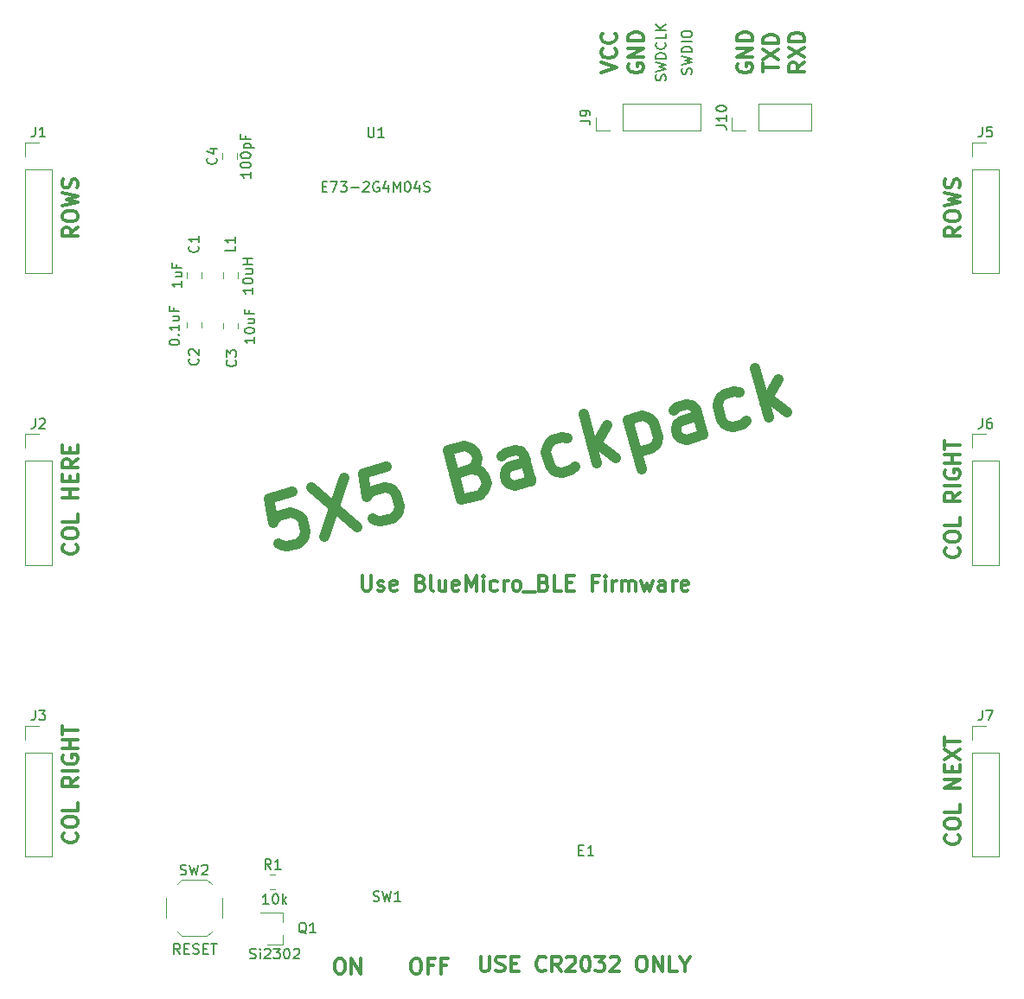
<source format=gbr>
G04 #@! TF.GenerationSoftware,KiCad,Pcbnew,(5.0.0)*
G04 #@! TF.CreationDate,2018-10-27T22:57:51-06:00*
G04 #@! TF.ProjectId,5x5_backpack,3578355F6261636B7061636B2E6B6963,rev?*
G04 #@! TF.SameCoordinates,Original*
G04 #@! TF.FileFunction,Legend,Top*
G04 #@! TF.FilePolarity,Positive*
%FSLAX46Y46*%
G04 Gerber Fmt 4.6, Leading zero omitted, Abs format (unit mm)*
G04 Created by KiCad (PCBNEW (5.0.0)) date 10/27/18 22:57:51*
%MOMM*%
%LPD*%
G01*
G04 APERTURE LIST*
%ADD10C,0.300000*%
%ADD11C,1.000000*%
%ADD12C,0.150000*%
%ADD13C,0.120000*%
G04 APERTURE END LIST*
D10*
X109166428Y-112208571D02*
X109166428Y-113422857D01*
X109237857Y-113565714D01*
X109309285Y-113637142D01*
X109452142Y-113708571D01*
X109737857Y-113708571D01*
X109880714Y-113637142D01*
X109952142Y-113565714D01*
X110023571Y-113422857D01*
X110023571Y-112208571D01*
X110666428Y-113637142D02*
X110809285Y-113708571D01*
X111095000Y-113708571D01*
X111237857Y-113637142D01*
X111309285Y-113494285D01*
X111309285Y-113422857D01*
X111237857Y-113280000D01*
X111095000Y-113208571D01*
X110880714Y-113208571D01*
X110737857Y-113137142D01*
X110666428Y-112994285D01*
X110666428Y-112922857D01*
X110737857Y-112780000D01*
X110880714Y-112708571D01*
X111095000Y-112708571D01*
X111237857Y-112780000D01*
X112523571Y-113637142D02*
X112380714Y-113708571D01*
X112095000Y-113708571D01*
X111952142Y-113637142D01*
X111880714Y-113494285D01*
X111880714Y-112922857D01*
X111952142Y-112780000D01*
X112095000Y-112708571D01*
X112380714Y-112708571D01*
X112523571Y-112780000D01*
X112595000Y-112922857D01*
X112595000Y-113065714D01*
X111880714Y-113208571D01*
X114880714Y-112922857D02*
X115095000Y-112994285D01*
X115166428Y-113065714D01*
X115237857Y-113208571D01*
X115237857Y-113422857D01*
X115166428Y-113565714D01*
X115095000Y-113637142D01*
X114952142Y-113708571D01*
X114380714Y-113708571D01*
X114380714Y-112208571D01*
X114880714Y-112208571D01*
X115023571Y-112280000D01*
X115095000Y-112351428D01*
X115166428Y-112494285D01*
X115166428Y-112637142D01*
X115095000Y-112780000D01*
X115023571Y-112851428D01*
X114880714Y-112922857D01*
X114380714Y-112922857D01*
X116095000Y-113708571D02*
X115952142Y-113637142D01*
X115880714Y-113494285D01*
X115880714Y-112208571D01*
X117309285Y-112708571D02*
X117309285Y-113708571D01*
X116666428Y-112708571D02*
X116666428Y-113494285D01*
X116737857Y-113637142D01*
X116880714Y-113708571D01*
X117095000Y-113708571D01*
X117237857Y-113637142D01*
X117309285Y-113565714D01*
X118595000Y-113637142D02*
X118452142Y-113708571D01*
X118166428Y-113708571D01*
X118023571Y-113637142D01*
X117952142Y-113494285D01*
X117952142Y-112922857D01*
X118023571Y-112780000D01*
X118166428Y-112708571D01*
X118452142Y-112708571D01*
X118595000Y-112780000D01*
X118666428Y-112922857D01*
X118666428Y-113065714D01*
X117952142Y-113208571D01*
X119309285Y-113708571D02*
X119309285Y-112208571D01*
X119809285Y-113280000D01*
X120309285Y-112208571D01*
X120309285Y-113708571D01*
X121023571Y-113708571D02*
X121023571Y-112708571D01*
X121023571Y-112208571D02*
X120952142Y-112280000D01*
X121023571Y-112351428D01*
X121095000Y-112280000D01*
X121023571Y-112208571D01*
X121023571Y-112351428D01*
X122380714Y-113637142D02*
X122237857Y-113708571D01*
X121952142Y-113708571D01*
X121809285Y-113637142D01*
X121737857Y-113565714D01*
X121666428Y-113422857D01*
X121666428Y-112994285D01*
X121737857Y-112851428D01*
X121809285Y-112780000D01*
X121952142Y-112708571D01*
X122237857Y-112708571D01*
X122380714Y-112780000D01*
X123023571Y-113708571D02*
X123023571Y-112708571D01*
X123023571Y-112994285D02*
X123095000Y-112851428D01*
X123166428Y-112780000D01*
X123309285Y-112708571D01*
X123452142Y-112708571D01*
X124166428Y-113708571D02*
X124023571Y-113637142D01*
X123952142Y-113565714D01*
X123880714Y-113422857D01*
X123880714Y-112994285D01*
X123952142Y-112851428D01*
X124023571Y-112780000D01*
X124166428Y-112708571D01*
X124380714Y-112708571D01*
X124523571Y-112780000D01*
X124595000Y-112851428D01*
X124666428Y-112994285D01*
X124666428Y-113422857D01*
X124595000Y-113565714D01*
X124523571Y-113637142D01*
X124380714Y-113708571D01*
X124166428Y-113708571D01*
X124952142Y-113851428D02*
X126095000Y-113851428D01*
X126952142Y-112922857D02*
X127166428Y-112994285D01*
X127237857Y-113065714D01*
X127309285Y-113208571D01*
X127309285Y-113422857D01*
X127237857Y-113565714D01*
X127166428Y-113637142D01*
X127023571Y-113708571D01*
X126452142Y-113708571D01*
X126452142Y-112208571D01*
X126952142Y-112208571D01*
X127095000Y-112280000D01*
X127166428Y-112351428D01*
X127237857Y-112494285D01*
X127237857Y-112637142D01*
X127166428Y-112780000D01*
X127095000Y-112851428D01*
X126952142Y-112922857D01*
X126452142Y-112922857D01*
X128666428Y-113708571D02*
X127952142Y-113708571D01*
X127952142Y-112208571D01*
X129166428Y-112922857D02*
X129666428Y-112922857D01*
X129880714Y-113708571D02*
X129166428Y-113708571D01*
X129166428Y-112208571D01*
X129880714Y-112208571D01*
X132166428Y-112922857D02*
X131666428Y-112922857D01*
X131666428Y-113708571D02*
X131666428Y-112208571D01*
X132380714Y-112208571D01*
X132952142Y-113708571D02*
X132952142Y-112708571D01*
X132952142Y-112208571D02*
X132880714Y-112280000D01*
X132952142Y-112351428D01*
X133023571Y-112280000D01*
X132952142Y-112208571D01*
X132952142Y-112351428D01*
X133666428Y-113708571D02*
X133666428Y-112708571D01*
X133666428Y-112994285D02*
X133737857Y-112851428D01*
X133809285Y-112780000D01*
X133952142Y-112708571D01*
X134095000Y-112708571D01*
X134595000Y-113708571D02*
X134595000Y-112708571D01*
X134595000Y-112851428D02*
X134666428Y-112780000D01*
X134809285Y-112708571D01*
X135023571Y-112708571D01*
X135166428Y-112780000D01*
X135237857Y-112922857D01*
X135237857Y-113708571D01*
X135237857Y-112922857D02*
X135309285Y-112780000D01*
X135452142Y-112708571D01*
X135666428Y-112708571D01*
X135809285Y-112780000D01*
X135880714Y-112922857D01*
X135880714Y-113708571D01*
X136452142Y-112708571D02*
X136737857Y-113708571D01*
X137023571Y-112994285D01*
X137309285Y-113708571D01*
X137595000Y-112708571D01*
X138809285Y-113708571D02*
X138809285Y-112922857D01*
X138737857Y-112780000D01*
X138595000Y-112708571D01*
X138309285Y-112708571D01*
X138166428Y-112780000D01*
X138809285Y-113637142D02*
X138666428Y-113708571D01*
X138309285Y-113708571D01*
X138166428Y-113637142D01*
X138095000Y-113494285D01*
X138095000Y-113351428D01*
X138166428Y-113208571D01*
X138309285Y-113137142D01*
X138666428Y-113137142D01*
X138809285Y-113065714D01*
X139523571Y-113708571D02*
X139523571Y-112708571D01*
X139523571Y-112994285D02*
X139595000Y-112851428D01*
X139666428Y-112780000D01*
X139809285Y-112708571D01*
X139952142Y-112708571D01*
X141023571Y-113637142D02*
X140880714Y-113708571D01*
X140595000Y-113708571D01*
X140452142Y-113637142D01*
X140380714Y-113494285D01*
X140380714Y-112922857D01*
X140452142Y-112780000D01*
X140595000Y-112708571D01*
X140880714Y-112708571D01*
X141023571Y-112780000D01*
X141095000Y-112922857D01*
X141095000Y-113065714D01*
X140380714Y-113208571D01*
X167540714Y-137600000D02*
X167612142Y-137671428D01*
X167683571Y-137885714D01*
X167683571Y-138028571D01*
X167612142Y-138242857D01*
X167469285Y-138385714D01*
X167326428Y-138457142D01*
X167040714Y-138528571D01*
X166826428Y-138528571D01*
X166540714Y-138457142D01*
X166397857Y-138385714D01*
X166255000Y-138242857D01*
X166183571Y-138028571D01*
X166183571Y-137885714D01*
X166255000Y-137671428D01*
X166326428Y-137600000D01*
X166183571Y-136671428D02*
X166183571Y-136385714D01*
X166255000Y-136242857D01*
X166397857Y-136100000D01*
X166683571Y-136028571D01*
X167183571Y-136028571D01*
X167469285Y-136100000D01*
X167612142Y-136242857D01*
X167683571Y-136385714D01*
X167683571Y-136671428D01*
X167612142Y-136814285D01*
X167469285Y-136957142D01*
X167183571Y-137028571D01*
X166683571Y-137028571D01*
X166397857Y-136957142D01*
X166255000Y-136814285D01*
X166183571Y-136671428D01*
X167683571Y-134671428D02*
X167683571Y-135385714D01*
X166183571Y-135385714D01*
X167683571Y-133028571D02*
X166183571Y-133028571D01*
X167683571Y-132171428D01*
X166183571Y-132171428D01*
X166897857Y-131457142D02*
X166897857Y-130957142D01*
X167683571Y-130742857D02*
X167683571Y-131457142D01*
X166183571Y-131457142D01*
X166183571Y-130742857D01*
X166183571Y-130242857D02*
X167683571Y-129242857D01*
X166183571Y-129242857D02*
X167683571Y-130242857D01*
X166183571Y-128885714D02*
X166183571Y-128028571D01*
X167683571Y-128457142D02*
X166183571Y-128457142D01*
X167540714Y-109489285D02*
X167612142Y-109560714D01*
X167683571Y-109775000D01*
X167683571Y-109917857D01*
X167612142Y-110132142D01*
X167469285Y-110275000D01*
X167326428Y-110346428D01*
X167040714Y-110417857D01*
X166826428Y-110417857D01*
X166540714Y-110346428D01*
X166397857Y-110275000D01*
X166255000Y-110132142D01*
X166183571Y-109917857D01*
X166183571Y-109775000D01*
X166255000Y-109560714D01*
X166326428Y-109489285D01*
X166183571Y-108560714D02*
X166183571Y-108275000D01*
X166255000Y-108132142D01*
X166397857Y-107989285D01*
X166683571Y-107917857D01*
X167183571Y-107917857D01*
X167469285Y-107989285D01*
X167612142Y-108132142D01*
X167683571Y-108275000D01*
X167683571Y-108560714D01*
X167612142Y-108703571D01*
X167469285Y-108846428D01*
X167183571Y-108917857D01*
X166683571Y-108917857D01*
X166397857Y-108846428D01*
X166255000Y-108703571D01*
X166183571Y-108560714D01*
X167683571Y-106560714D02*
X167683571Y-107275000D01*
X166183571Y-107275000D01*
X167683571Y-104060714D02*
X166969285Y-104560714D01*
X167683571Y-104917857D02*
X166183571Y-104917857D01*
X166183571Y-104346428D01*
X166255000Y-104203571D01*
X166326428Y-104132142D01*
X166469285Y-104060714D01*
X166683571Y-104060714D01*
X166826428Y-104132142D01*
X166897857Y-104203571D01*
X166969285Y-104346428D01*
X166969285Y-104917857D01*
X167683571Y-103417857D02*
X166183571Y-103417857D01*
X166255000Y-101917857D02*
X166183571Y-102060714D01*
X166183571Y-102275000D01*
X166255000Y-102489285D01*
X166397857Y-102632142D01*
X166540714Y-102703571D01*
X166826428Y-102775000D01*
X167040714Y-102775000D01*
X167326428Y-102703571D01*
X167469285Y-102632142D01*
X167612142Y-102489285D01*
X167683571Y-102275000D01*
X167683571Y-102132142D01*
X167612142Y-101917857D01*
X167540714Y-101846428D01*
X167040714Y-101846428D01*
X167040714Y-102132142D01*
X167683571Y-101203571D02*
X166183571Y-101203571D01*
X166897857Y-101203571D02*
X166897857Y-100346428D01*
X167683571Y-100346428D02*
X166183571Y-100346428D01*
X166183571Y-99846428D02*
X166183571Y-98989285D01*
X167683571Y-99417857D02*
X166183571Y-99417857D01*
X81180714Y-137429285D02*
X81252142Y-137500714D01*
X81323571Y-137715000D01*
X81323571Y-137857857D01*
X81252142Y-138072142D01*
X81109285Y-138215000D01*
X80966428Y-138286428D01*
X80680714Y-138357857D01*
X80466428Y-138357857D01*
X80180714Y-138286428D01*
X80037857Y-138215000D01*
X79895000Y-138072142D01*
X79823571Y-137857857D01*
X79823571Y-137715000D01*
X79895000Y-137500714D01*
X79966428Y-137429285D01*
X79823571Y-136500714D02*
X79823571Y-136215000D01*
X79895000Y-136072142D01*
X80037857Y-135929285D01*
X80323571Y-135857857D01*
X80823571Y-135857857D01*
X81109285Y-135929285D01*
X81252142Y-136072142D01*
X81323571Y-136215000D01*
X81323571Y-136500714D01*
X81252142Y-136643571D01*
X81109285Y-136786428D01*
X80823571Y-136857857D01*
X80323571Y-136857857D01*
X80037857Y-136786428D01*
X79895000Y-136643571D01*
X79823571Y-136500714D01*
X81323571Y-134500714D02*
X81323571Y-135215000D01*
X79823571Y-135215000D01*
X81323571Y-132000714D02*
X80609285Y-132500714D01*
X81323571Y-132857857D02*
X79823571Y-132857857D01*
X79823571Y-132286428D01*
X79895000Y-132143571D01*
X79966428Y-132072142D01*
X80109285Y-132000714D01*
X80323571Y-132000714D01*
X80466428Y-132072142D01*
X80537857Y-132143571D01*
X80609285Y-132286428D01*
X80609285Y-132857857D01*
X81323571Y-131357857D02*
X79823571Y-131357857D01*
X79895000Y-129857857D02*
X79823571Y-130000714D01*
X79823571Y-130215000D01*
X79895000Y-130429285D01*
X80037857Y-130572142D01*
X80180714Y-130643571D01*
X80466428Y-130715000D01*
X80680714Y-130715000D01*
X80966428Y-130643571D01*
X81109285Y-130572142D01*
X81252142Y-130429285D01*
X81323571Y-130215000D01*
X81323571Y-130072142D01*
X81252142Y-129857857D01*
X81180714Y-129786428D01*
X80680714Y-129786428D01*
X80680714Y-130072142D01*
X81323571Y-129143571D02*
X79823571Y-129143571D01*
X80537857Y-129143571D02*
X80537857Y-128286428D01*
X81323571Y-128286428D02*
X79823571Y-128286428D01*
X79823571Y-127786428D02*
X79823571Y-126929285D01*
X81323571Y-127357857D02*
X79823571Y-127357857D01*
X81180714Y-109167857D02*
X81252142Y-109239285D01*
X81323571Y-109453571D01*
X81323571Y-109596428D01*
X81252142Y-109810714D01*
X81109285Y-109953571D01*
X80966428Y-110025000D01*
X80680714Y-110096428D01*
X80466428Y-110096428D01*
X80180714Y-110025000D01*
X80037857Y-109953571D01*
X79895000Y-109810714D01*
X79823571Y-109596428D01*
X79823571Y-109453571D01*
X79895000Y-109239285D01*
X79966428Y-109167857D01*
X79823571Y-108239285D02*
X79823571Y-107953571D01*
X79895000Y-107810714D01*
X80037857Y-107667857D01*
X80323571Y-107596428D01*
X80823571Y-107596428D01*
X81109285Y-107667857D01*
X81252142Y-107810714D01*
X81323571Y-107953571D01*
X81323571Y-108239285D01*
X81252142Y-108382142D01*
X81109285Y-108525000D01*
X80823571Y-108596428D01*
X80323571Y-108596428D01*
X80037857Y-108525000D01*
X79895000Y-108382142D01*
X79823571Y-108239285D01*
X81323571Y-106239285D02*
X81323571Y-106953571D01*
X79823571Y-106953571D01*
X81323571Y-104596428D02*
X79823571Y-104596428D01*
X80537857Y-104596428D02*
X80537857Y-103739285D01*
X81323571Y-103739285D02*
X79823571Y-103739285D01*
X80537857Y-103025000D02*
X80537857Y-102525000D01*
X81323571Y-102310714D02*
X81323571Y-103025000D01*
X79823571Y-103025000D01*
X79823571Y-102310714D01*
X81323571Y-100810714D02*
X80609285Y-101310714D01*
X81323571Y-101667857D02*
X79823571Y-101667857D01*
X79823571Y-101096428D01*
X79895000Y-100953571D01*
X79966428Y-100882142D01*
X80109285Y-100810714D01*
X80323571Y-100810714D01*
X80466428Y-100882142D01*
X80537857Y-100953571D01*
X80609285Y-101096428D01*
X80609285Y-101667857D01*
X80537857Y-100167857D02*
X80537857Y-99667857D01*
X81323571Y-99453571D02*
X81323571Y-100167857D01*
X79823571Y-100167857D01*
X79823571Y-99453571D01*
X167683571Y-78092857D02*
X166969285Y-78592857D01*
X167683571Y-78950000D02*
X166183571Y-78950000D01*
X166183571Y-78378571D01*
X166255000Y-78235714D01*
X166326428Y-78164285D01*
X166469285Y-78092857D01*
X166683571Y-78092857D01*
X166826428Y-78164285D01*
X166897857Y-78235714D01*
X166969285Y-78378571D01*
X166969285Y-78950000D01*
X166183571Y-77164285D02*
X166183571Y-76878571D01*
X166255000Y-76735714D01*
X166397857Y-76592857D01*
X166683571Y-76521428D01*
X167183571Y-76521428D01*
X167469285Y-76592857D01*
X167612142Y-76735714D01*
X167683571Y-76878571D01*
X167683571Y-77164285D01*
X167612142Y-77307142D01*
X167469285Y-77450000D01*
X167183571Y-77521428D01*
X166683571Y-77521428D01*
X166397857Y-77450000D01*
X166255000Y-77307142D01*
X166183571Y-77164285D01*
X166183571Y-76021428D02*
X167683571Y-75664285D01*
X166612142Y-75378571D01*
X167683571Y-75092857D01*
X166183571Y-74735714D01*
X167612142Y-74235714D02*
X167683571Y-74021428D01*
X167683571Y-73664285D01*
X167612142Y-73521428D01*
X167540714Y-73450000D01*
X167397857Y-73378571D01*
X167255000Y-73378571D01*
X167112142Y-73450000D01*
X167040714Y-73521428D01*
X166969285Y-73664285D01*
X166897857Y-73950000D01*
X166826428Y-74092857D01*
X166755000Y-74164285D01*
X166612142Y-74235714D01*
X166469285Y-74235714D01*
X166326428Y-74164285D01*
X166255000Y-74092857D01*
X166183571Y-73950000D01*
X166183571Y-73592857D01*
X166255000Y-73378571D01*
X81323571Y-78092857D02*
X80609285Y-78592857D01*
X81323571Y-78950000D02*
X79823571Y-78950000D01*
X79823571Y-78378571D01*
X79895000Y-78235714D01*
X79966428Y-78164285D01*
X80109285Y-78092857D01*
X80323571Y-78092857D01*
X80466428Y-78164285D01*
X80537857Y-78235714D01*
X80609285Y-78378571D01*
X80609285Y-78950000D01*
X79823571Y-77164285D02*
X79823571Y-76878571D01*
X79895000Y-76735714D01*
X80037857Y-76592857D01*
X80323571Y-76521428D01*
X80823571Y-76521428D01*
X81109285Y-76592857D01*
X81252142Y-76735714D01*
X81323571Y-76878571D01*
X81323571Y-77164285D01*
X81252142Y-77307142D01*
X81109285Y-77450000D01*
X80823571Y-77521428D01*
X80323571Y-77521428D01*
X80037857Y-77450000D01*
X79895000Y-77307142D01*
X79823571Y-77164285D01*
X79823571Y-76021428D02*
X81323571Y-75664285D01*
X80252142Y-75378571D01*
X81323571Y-75092857D01*
X79823571Y-74735714D01*
X81252142Y-74235714D02*
X81323571Y-74021428D01*
X81323571Y-73664285D01*
X81252142Y-73521428D01*
X81180714Y-73450000D01*
X81037857Y-73378571D01*
X80895000Y-73378571D01*
X80752142Y-73450000D01*
X80680714Y-73521428D01*
X80609285Y-73664285D01*
X80537857Y-73950000D01*
X80466428Y-74092857D01*
X80395000Y-74164285D01*
X80252142Y-74235714D01*
X80109285Y-74235714D01*
X79966428Y-74164285D01*
X79895000Y-74092857D01*
X79823571Y-73950000D01*
X79823571Y-73592857D01*
X79895000Y-73378571D01*
D11*
X102332041Y-104043690D02*
X100032218Y-104659926D01*
X100418471Y-107021373D01*
X100586830Y-106729767D01*
X100985171Y-106376537D01*
X102135083Y-106068420D01*
X102656671Y-106175155D01*
X102948277Y-106343513D01*
X103301507Y-106741855D01*
X103609625Y-107891766D01*
X103502889Y-108413355D01*
X103334531Y-108704960D01*
X102936190Y-109058190D01*
X101786278Y-109366308D01*
X101264690Y-109259573D01*
X100973084Y-109091214D01*
X104171900Y-103550701D02*
X108685748Y-107517600D01*
X107391653Y-102687971D02*
X105465995Y-108380331D01*
X111531335Y-101578747D02*
X109231512Y-102194983D01*
X109617765Y-104556430D01*
X109786124Y-104264824D01*
X110184465Y-103911594D01*
X111334377Y-103603476D01*
X111855965Y-103710211D01*
X112147571Y-103878570D01*
X112500800Y-104276911D01*
X112808918Y-105426823D01*
X112702183Y-105948411D01*
X112533824Y-106240017D01*
X112135483Y-106593247D01*
X110985571Y-106901365D01*
X110463983Y-106794629D01*
X110172377Y-106626271D01*
X119736988Y-101844992D02*
X120488559Y-101890104D01*
X120780164Y-102058462D01*
X121133394Y-102456803D01*
X121318265Y-103146750D01*
X121211530Y-103668339D01*
X121043171Y-103959945D01*
X120644830Y-104313174D01*
X118804971Y-104806163D01*
X117510876Y-99976534D01*
X119120752Y-99545169D01*
X119642340Y-99651904D01*
X119933946Y-99820262D01*
X120287176Y-100218604D01*
X120410423Y-100678568D01*
X120303688Y-101200157D01*
X120135329Y-101491762D01*
X119736988Y-101844992D01*
X118127112Y-102276357D01*
X125704441Y-102957455D02*
X125026582Y-100427650D01*
X124673352Y-100029308D01*
X124151764Y-99922573D01*
X123231835Y-100169068D01*
X122833494Y-100522297D01*
X125642818Y-102727473D02*
X125244477Y-103080702D01*
X124094565Y-103388820D01*
X123572977Y-103282085D01*
X123219747Y-102883744D01*
X123096500Y-102423779D01*
X123203235Y-101902191D01*
X123601576Y-101548962D01*
X124751488Y-101240844D01*
X125149829Y-100887614D01*
X130012482Y-101556625D02*
X129614141Y-101909854D01*
X128694212Y-102156349D01*
X128172623Y-102049614D01*
X127881017Y-101881255D01*
X127527788Y-101482914D01*
X127158046Y-100103020D01*
X127264782Y-99581431D01*
X127433140Y-99289825D01*
X127831481Y-98936596D01*
X128751411Y-98690102D01*
X129272999Y-98796837D01*
X132143947Y-101231995D02*
X130849851Y-96402366D01*
X132110923Y-99268889D02*
X133983805Y-100739006D01*
X133121075Y-97519254D02*
X131774205Y-99852101D01*
X135190916Y-96964641D02*
X136485012Y-101794270D01*
X135252540Y-97194624D02*
X135650881Y-96841394D01*
X136570810Y-96594900D01*
X137092399Y-96701635D01*
X137384005Y-96869994D01*
X137737234Y-97268335D01*
X138106976Y-98648229D01*
X138000240Y-99169817D01*
X137831882Y-99461423D01*
X137433541Y-99814653D01*
X136513611Y-100061147D01*
X135992023Y-99954412D01*
X142493152Y-98458934D02*
X141815293Y-95929128D01*
X141462063Y-95530787D01*
X140940475Y-95424052D01*
X140020545Y-95670546D01*
X139622204Y-96023776D01*
X142431528Y-98228951D02*
X142033187Y-98582181D01*
X140883276Y-98890299D01*
X140361687Y-98783564D01*
X140008458Y-98385223D01*
X139885211Y-97925258D01*
X139991946Y-97403670D01*
X140390287Y-97050440D01*
X141540199Y-96742322D01*
X141938540Y-96389093D01*
X146801193Y-97058103D02*
X146402852Y-97411333D01*
X145482922Y-97657827D01*
X144961334Y-97551092D01*
X144669728Y-97382733D01*
X144316499Y-96984392D01*
X143946757Y-95604498D01*
X144053492Y-95082910D01*
X144221851Y-94791304D01*
X144620192Y-94438074D01*
X145540122Y-94191580D01*
X146061710Y-94298315D01*
X148932657Y-96733474D02*
X147638562Y-91903844D01*
X148899634Y-94770368D02*
X150772516Y-96240485D01*
X149909786Y-93020732D02*
X148562916Y-95353579D01*
D10*
X120743342Y-149521171D02*
X120743342Y-150735457D01*
X120814771Y-150878314D01*
X120886200Y-150949742D01*
X121029057Y-151021171D01*
X121314771Y-151021171D01*
X121457628Y-150949742D01*
X121529057Y-150878314D01*
X121600485Y-150735457D01*
X121600485Y-149521171D01*
X122243342Y-150949742D02*
X122457628Y-151021171D01*
X122814771Y-151021171D01*
X122957628Y-150949742D01*
X123029057Y-150878314D01*
X123100485Y-150735457D01*
X123100485Y-150592600D01*
X123029057Y-150449742D01*
X122957628Y-150378314D01*
X122814771Y-150306885D01*
X122529057Y-150235457D01*
X122386200Y-150164028D01*
X122314771Y-150092600D01*
X122243342Y-149949742D01*
X122243342Y-149806885D01*
X122314771Y-149664028D01*
X122386200Y-149592600D01*
X122529057Y-149521171D01*
X122886200Y-149521171D01*
X123100485Y-149592600D01*
X123743342Y-150235457D02*
X124243342Y-150235457D01*
X124457628Y-151021171D02*
X123743342Y-151021171D01*
X123743342Y-149521171D01*
X124457628Y-149521171D01*
X127100485Y-150878314D02*
X127029057Y-150949742D01*
X126814771Y-151021171D01*
X126671914Y-151021171D01*
X126457628Y-150949742D01*
X126314771Y-150806885D01*
X126243342Y-150664028D01*
X126171914Y-150378314D01*
X126171914Y-150164028D01*
X126243342Y-149878314D01*
X126314771Y-149735457D01*
X126457628Y-149592600D01*
X126671914Y-149521171D01*
X126814771Y-149521171D01*
X127029057Y-149592600D01*
X127100485Y-149664028D01*
X128600485Y-151021171D02*
X128100485Y-150306885D01*
X127743342Y-151021171D02*
X127743342Y-149521171D01*
X128314771Y-149521171D01*
X128457628Y-149592600D01*
X128529057Y-149664028D01*
X128600485Y-149806885D01*
X128600485Y-150021171D01*
X128529057Y-150164028D01*
X128457628Y-150235457D01*
X128314771Y-150306885D01*
X127743342Y-150306885D01*
X129171914Y-149664028D02*
X129243342Y-149592600D01*
X129386200Y-149521171D01*
X129743342Y-149521171D01*
X129886200Y-149592600D01*
X129957628Y-149664028D01*
X130029057Y-149806885D01*
X130029057Y-149949742D01*
X129957628Y-150164028D01*
X129100485Y-151021171D01*
X130029057Y-151021171D01*
X130957628Y-149521171D02*
X131100485Y-149521171D01*
X131243342Y-149592600D01*
X131314771Y-149664028D01*
X131386200Y-149806885D01*
X131457628Y-150092600D01*
X131457628Y-150449742D01*
X131386200Y-150735457D01*
X131314771Y-150878314D01*
X131243342Y-150949742D01*
X131100485Y-151021171D01*
X130957628Y-151021171D01*
X130814771Y-150949742D01*
X130743342Y-150878314D01*
X130671914Y-150735457D01*
X130600485Y-150449742D01*
X130600485Y-150092600D01*
X130671914Y-149806885D01*
X130743342Y-149664028D01*
X130814771Y-149592600D01*
X130957628Y-149521171D01*
X131957628Y-149521171D02*
X132886200Y-149521171D01*
X132386200Y-150092600D01*
X132600485Y-150092600D01*
X132743342Y-150164028D01*
X132814771Y-150235457D01*
X132886200Y-150378314D01*
X132886200Y-150735457D01*
X132814771Y-150878314D01*
X132743342Y-150949742D01*
X132600485Y-151021171D01*
X132171914Y-151021171D01*
X132029057Y-150949742D01*
X131957628Y-150878314D01*
X133457628Y-149664028D02*
X133529057Y-149592600D01*
X133671914Y-149521171D01*
X134029057Y-149521171D01*
X134171914Y-149592600D01*
X134243342Y-149664028D01*
X134314771Y-149806885D01*
X134314771Y-149949742D01*
X134243342Y-150164028D01*
X133386200Y-151021171D01*
X134314771Y-151021171D01*
X136386200Y-149521171D02*
X136671914Y-149521171D01*
X136814771Y-149592600D01*
X136957628Y-149735457D01*
X137029057Y-150021171D01*
X137029057Y-150521171D01*
X136957628Y-150806885D01*
X136814771Y-150949742D01*
X136671914Y-151021171D01*
X136386200Y-151021171D01*
X136243342Y-150949742D01*
X136100485Y-150806885D01*
X136029057Y-150521171D01*
X136029057Y-150021171D01*
X136100485Y-149735457D01*
X136243342Y-149592600D01*
X136386200Y-149521171D01*
X137671914Y-151021171D02*
X137671914Y-149521171D01*
X138529057Y-151021171D01*
X138529057Y-149521171D01*
X139957628Y-151021171D02*
X139243342Y-151021171D01*
X139243342Y-149521171D01*
X140743342Y-150306885D02*
X140743342Y-151021171D01*
X140243342Y-149521171D02*
X140743342Y-150306885D01*
X141243342Y-149521171D01*
X114293828Y-149724371D02*
X114579542Y-149724371D01*
X114722400Y-149795800D01*
X114865257Y-149938657D01*
X114936685Y-150224371D01*
X114936685Y-150724371D01*
X114865257Y-151010085D01*
X114722400Y-151152942D01*
X114579542Y-151224371D01*
X114293828Y-151224371D01*
X114150971Y-151152942D01*
X114008114Y-151010085D01*
X113936685Y-150724371D01*
X113936685Y-150224371D01*
X114008114Y-149938657D01*
X114150971Y-149795800D01*
X114293828Y-149724371D01*
X116079542Y-150438657D02*
X115579542Y-150438657D01*
X115579542Y-151224371D02*
X115579542Y-149724371D01*
X116293828Y-149724371D01*
X117365257Y-150438657D02*
X116865257Y-150438657D01*
X116865257Y-151224371D02*
X116865257Y-149724371D01*
X117579542Y-149724371D01*
X106818228Y-149724371D02*
X107103942Y-149724371D01*
X107246800Y-149795800D01*
X107389657Y-149938657D01*
X107461085Y-150224371D01*
X107461085Y-150724371D01*
X107389657Y-151010085D01*
X107246800Y-151152942D01*
X107103942Y-151224371D01*
X106818228Y-151224371D01*
X106675371Y-151152942D01*
X106532514Y-151010085D01*
X106461085Y-150724371D01*
X106461085Y-150224371D01*
X106532514Y-149938657D01*
X106675371Y-149795800D01*
X106818228Y-149724371D01*
X108103942Y-151224371D02*
X108103942Y-149724371D01*
X108961085Y-151224371D01*
X108961085Y-149724371D01*
X152443571Y-61960000D02*
X151729285Y-62460000D01*
X152443571Y-62817142D02*
X150943571Y-62817142D01*
X150943571Y-62245714D01*
X151015000Y-62102857D01*
X151086428Y-62031428D01*
X151229285Y-61960000D01*
X151443571Y-61960000D01*
X151586428Y-62031428D01*
X151657857Y-62102857D01*
X151729285Y-62245714D01*
X151729285Y-62817142D01*
X150943571Y-61460000D02*
X152443571Y-60460000D01*
X150943571Y-60460000D02*
X152443571Y-61460000D01*
X152443571Y-59888571D02*
X150943571Y-59888571D01*
X150943571Y-59531428D01*
X151015000Y-59317142D01*
X151157857Y-59174285D01*
X151300714Y-59102857D01*
X151586428Y-59031428D01*
X151800714Y-59031428D01*
X152086428Y-59102857D01*
X152229285Y-59174285D01*
X152372142Y-59317142D01*
X152443571Y-59531428D01*
X152443571Y-59888571D01*
X148403571Y-62852857D02*
X148403571Y-61995714D01*
X149903571Y-62424285D02*
X148403571Y-62424285D01*
X148403571Y-61638571D02*
X149903571Y-60638571D01*
X148403571Y-60638571D02*
X149903571Y-61638571D01*
X149903571Y-60067142D02*
X148403571Y-60067142D01*
X148403571Y-59710000D01*
X148475000Y-59495714D01*
X148617857Y-59352857D01*
X148760714Y-59281428D01*
X149046428Y-59210000D01*
X149260714Y-59210000D01*
X149546428Y-59281428D01*
X149689285Y-59352857D01*
X149832142Y-59495714D01*
X149903571Y-59710000D01*
X149903571Y-60067142D01*
X145935000Y-62102857D02*
X145863571Y-62245714D01*
X145863571Y-62460000D01*
X145935000Y-62674285D01*
X146077857Y-62817142D01*
X146220714Y-62888571D01*
X146506428Y-62960000D01*
X146720714Y-62960000D01*
X147006428Y-62888571D01*
X147149285Y-62817142D01*
X147292142Y-62674285D01*
X147363571Y-62460000D01*
X147363571Y-62317142D01*
X147292142Y-62102857D01*
X147220714Y-62031428D01*
X146720714Y-62031428D01*
X146720714Y-62317142D01*
X147363571Y-61388571D02*
X145863571Y-61388571D01*
X147363571Y-60531428D01*
X145863571Y-60531428D01*
X147363571Y-59817142D02*
X145863571Y-59817142D01*
X145863571Y-59460000D01*
X145935000Y-59245714D01*
X146077857Y-59102857D01*
X146220714Y-59031428D01*
X146506428Y-58960000D01*
X146720714Y-58960000D01*
X147006428Y-59031428D01*
X147149285Y-59102857D01*
X147292142Y-59245714D01*
X147363571Y-59460000D01*
X147363571Y-59817142D01*
D12*
X141374761Y-63079047D02*
X141422380Y-62936190D01*
X141422380Y-62698095D01*
X141374761Y-62602857D01*
X141327142Y-62555238D01*
X141231904Y-62507619D01*
X141136666Y-62507619D01*
X141041428Y-62555238D01*
X140993809Y-62602857D01*
X140946190Y-62698095D01*
X140898571Y-62888571D01*
X140850952Y-62983809D01*
X140803333Y-63031428D01*
X140708095Y-63079047D01*
X140612857Y-63079047D01*
X140517619Y-63031428D01*
X140470000Y-62983809D01*
X140422380Y-62888571D01*
X140422380Y-62650476D01*
X140470000Y-62507619D01*
X140422380Y-62174285D02*
X141422380Y-61936190D01*
X140708095Y-61745714D01*
X141422380Y-61555238D01*
X140422380Y-61317142D01*
X141422380Y-60936190D02*
X140422380Y-60936190D01*
X140422380Y-60698095D01*
X140470000Y-60555238D01*
X140565238Y-60460000D01*
X140660476Y-60412380D01*
X140850952Y-60364761D01*
X140993809Y-60364761D01*
X141184285Y-60412380D01*
X141279523Y-60460000D01*
X141374761Y-60555238D01*
X141422380Y-60698095D01*
X141422380Y-60936190D01*
X141422380Y-59936190D02*
X140422380Y-59936190D01*
X140422380Y-59269523D02*
X140422380Y-59079047D01*
X140470000Y-58983809D01*
X140565238Y-58888571D01*
X140755714Y-58840952D01*
X141089047Y-58840952D01*
X141279523Y-58888571D01*
X141374761Y-58983809D01*
X141422380Y-59079047D01*
X141422380Y-59269523D01*
X141374761Y-59364761D01*
X141279523Y-59460000D01*
X141089047Y-59507619D01*
X140755714Y-59507619D01*
X140565238Y-59460000D01*
X140470000Y-59364761D01*
X140422380Y-59269523D01*
X138834761Y-63721904D02*
X138882380Y-63579047D01*
X138882380Y-63340952D01*
X138834761Y-63245714D01*
X138787142Y-63198095D01*
X138691904Y-63150476D01*
X138596666Y-63150476D01*
X138501428Y-63198095D01*
X138453809Y-63245714D01*
X138406190Y-63340952D01*
X138358571Y-63531428D01*
X138310952Y-63626666D01*
X138263333Y-63674285D01*
X138168095Y-63721904D01*
X138072857Y-63721904D01*
X137977619Y-63674285D01*
X137930000Y-63626666D01*
X137882380Y-63531428D01*
X137882380Y-63293333D01*
X137930000Y-63150476D01*
X137882380Y-62817142D02*
X138882380Y-62579047D01*
X138168095Y-62388571D01*
X138882380Y-62198095D01*
X137882380Y-61960000D01*
X138882380Y-61579047D02*
X137882380Y-61579047D01*
X137882380Y-61340952D01*
X137930000Y-61198095D01*
X138025238Y-61102857D01*
X138120476Y-61055238D01*
X138310952Y-61007619D01*
X138453809Y-61007619D01*
X138644285Y-61055238D01*
X138739523Y-61102857D01*
X138834761Y-61198095D01*
X138882380Y-61340952D01*
X138882380Y-61579047D01*
X138787142Y-60007619D02*
X138834761Y-60055238D01*
X138882380Y-60198095D01*
X138882380Y-60293333D01*
X138834761Y-60436190D01*
X138739523Y-60531428D01*
X138644285Y-60579047D01*
X138453809Y-60626666D01*
X138310952Y-60626666D01*
X138120476Y-60579047D01*
X138025238Y-60531428D01*
X137930000Y-60436190D01*
X137882380Y-60293333D01*
X137882380Y-60198095D01*
X137930000Y-60055238D01*
X137977619Y-60007619D01*
X138882380Y-59102857D02*
X138882380Y-59579047D01*
X137882380Y-59579047D01*
X138882380Y-58769523D02*
X137882380Y-58769523D01*
X138882380Y-58198095D02*
X138310952Y-58626666D01*
X137882380Y-58198095D02*
X138453809Y-58769523D01*
D10*
X135267000Y-62102857D02*
X135195571Y-62245714D01*
X135195571Y-62460000D01*
X135267000Y-62674285D01*
X135409857Y-62817142D01*
X135552714Y-62888571D01*
X135838428Y-62960000D01*
X136052714Y-62960000D01*
X136338428Y-62888571D01*
X136481285Y-62817142D01*
X136624142Y-62674285D01*
X136695571Y-62460000D01*
X136695571Y-62317142D01*
X136624142Y-62102857D01*
X136552714Y-62031428D01*
X136052714Y-62031428D01*
X136052714Y-62317142D01*
X136695571Y-61388571D02*
X135195571Y-61388571D01*
X136695571Y-60531428D01*
X135195571Y-60531428D01*
X136695571Y-59817142D02*
X135195571Y-59817142D01*
X135195571Y-59460000D01*
X135267000Y-59245714D01*
X135409857Y-59102857D01*
X135552714Y-59031428D01*
X135838428Y-58960000D01*
X136052714Y-58960000D01*
X136338428Y-59031428D01*
X136481285Y-59102857D01*
X136624142Y-59245714D01*
X136695571Y-59460000D01*
X136695571Y-59817142D01*
X132528571Y-62960000D02*
X134028571Y-62460000D01*
X132528571Y-61960000D01*
X133885714Y-60602857D02*
X133957142Y-60674285D01*
X134028571Y-60888571D01*
X134028571Y-61031428D01*
X133957142Y-61245714D01*
X133814285Y-61388571D01*
X133671428Y-61460000D01*
X133385714Y-61531428D01*
X133171428Y-61531428D01*
X132885714Y-61460000D01*
X132742857Y-61388571D01*
X132600000Y-61245714D01*
X132528571Y-61031428D01*
X132528571Y-60888571D01*
X132600000Y-60674285D01*
X132671428Y-60602857D01*
X133885714Y-59102857D02*
X133957142Y-59174285D01*
X134028571Y-59388571D01*
X134028571Y-59531428D01*
X133957142Y-59745714D01*
X133814285Y-59888571D01*
X133671428Y-59960000D01*
X133385714Y-60031428D01*
X133171428Y-60031428D01*
X132885714Y-59960000D01*
X132742857Y-59888571D01*
X132600000Y-59745714D01*
X132528571Y-59531428D01*
X132528571Y-59388571D01*
X132600000Y-59174285D01*
X132671428Y-59102857D01*
D13*
G04 #@! TO.C,J6*
X168850000Y-111185000D02*
X171510000Y-111185000D01*
X168850000Y-100965000D02*
X168850000Y-111185000D01*
X171510000Y-100965000D02*
X171510000Y-111185000D01*
X168850000Y-100965000D02*
X171510000Y-100965000D01*
X168850000Y-99695000D02*
X168850000Y-98365000D01*
X168850000Y-98365000D02*
X170180000Y-98365000D01*
G04 #@! TO.C,C1*
X92000000Y-82533748D02*
X92000000Y-83056252D01*
X93420000Y-82533748D02*
X93420000Y-83056252D01*
G04 #@! TO.C,C2*
X93420000Y-87432248D02*
X93420000Y-87954752D01*
X92000000Y-87432248D02*
X92000000Y-87954752D01*
G04 #@! TO.C,C3*
X95556000Y-88018252D02*
X95556000Y-87495748D01*
X96976000Y-88018252D02*
X96976000Y-87495748D01*
G04 #@! TO.C,C4*
X96849000Y-71381252D02*
X96849000Y-70858748D01*
X95429000Y-71381252D02*
X95429000Y-70858748D01*
G04 #@! TO.C,L1*
X96976000Y-82533748D02*
X96976000Y-83056252D01*
X95556000Y-82533748D02*
X95556000Y-83056252D01*
G04 #@! TO.C,Q1*
X101344000Y-148392000D02*
X101344000Y-147462000D01*
X101344000Y-145232000D02*
X101344000Y-146162000D01*
X101344000Y-145232000D02*
X99184000Y-145232000D01*
X101344000Y-148392000D02*
X99884000Y-148392000D01*
G04 #@! TO.C,R1*
X100591252Y-141530000D02*
X100068748Y-141530000D01*
X100591252Y-142950000D02*
X100068748Y-142950000D01*
G04 #@! TO.C,J9*
X142300000Y-68640000D02*
X142300000Y-65980000D01*
X134620000Y-68640000D02*
X142300000Y-68640000D01*
X134620000Y-65980000D02*
X142300000Y-65980000D01*
X134620000Y-68640000D02*
X134620000Y-65980000D01*
X133350000Y-68640000D02*
X132020000Y-68640000D01*
X132020000Y-68640000D02*
X132020000Y-67310000D01*
G04 #@! TO.C,J10*
X153095000Y-68640000D02*
X153095000Y-65980000D01*
X147955000Y-68640000D02*
X153095000Y-68640000D01*
X147955000Y-65980000D02*
X153095000Y-65980000D01*
X147955000Y-68640000D02*
X147955000Y-65980000D01*
X146685000Y-68640000D02*
X145355000Y-68640000D01*
X145355000Y-68640000D02*
X145355000Y-67310000D01*
G04 #@! TO.C,SW2*
X94410000Y-142480000D02*
X93960000Y-142030000D01*
X91010000Y-142480000D02*
X91460000Y-142030000D01*
X91010000Y-147080000D02*
X91460000Y-147530000D01*
X94410000Y-147080000D02*
X93960000Y-147530000D01*
X89960000Y-145780000D02*
X89960000Y-143780000D01*
X93960000Y-142030000D02*
X91460000Y-142030000D01*
X95460000Y-145780000D02*
X95460000Y-143780000D01*
X93960000Y-147530000D02*
X91460000Y-147530000D01*
G04 #@! TO.C,J1*
X76140000Y-69790000D02*
X77470000Y-69790000D01*
X76140000Y-71120000D02*
X76140000Y-69790000D01*
X76140000Y-72390000D02*
X78800000Y-72390000D01*
X78800000Y-72390000D02*
X78800000Y-82610000D01*
X76140000Y-72390000D02*
X76140000Y-82610000D01*
X76140000Y-82610000D02*
X78800000Y-82610000D01*
G04 #@! TO.C,J2*
X76140000Y-111185000D02*
X78800000Y-111185000D01*
X76140000Y-100965000D02*
X76140000Y-111185000D01*
X78800000Y-100965000D02*
X78800000Y-111185000D01*
X76140000Y-100965000D02*
X78800000Y-100965000D01*
X76140000Y-99695000D02*
X76140000Y-98365000D01*
X76140000Y-98365000D02*
X77470000Y-98365000D01*
G04 #@! TO.C,J3*
X76140000Y-139760000D02*
X78800000Y-139760000D01*
X76140000Y-129540000D02*
X76140000Y-139760000D01*
X78800000Y-129540000D02*
X78800000Y-139760000D01*
X76140000Y-129540000D02*
X78800000Y-129540000D01*
X76140000Y-128270000D02*
X76140000Y-126940000D01*
X76140000Y-126940000D02*
X77470000Y-126940000D01*
G04 #@! TO.C,J5*
X168850000Y-69790000D02*
X170180000Y-69790000D01*
X168850000Y-71120000D02*
X168850000Y-69790000D01*
X168850000Y-72390000D02*
X171510000Y-72390000D01*
X171510000Y-72390000D02*
X171510000Y-82610000D01*
X168850000Y-72390000D02*
X168850000Y-82610000D01*
X168850000Y-82610000D02*
X171510000Y-82610000D01*
G04 #@! TO.C,J7*
X168850000Y-126940000D02*
X170180000Y-126940000D01*
X168850000Y-128270000D02*
X168850000Y-126940000D01*
X168850000Y-129540000D02*
X171510000Y-129540000D01*
X171510000Y-129540000D02*
X171510000Y-139760000D01*
X168850000Y-129540000D02*
X168850000Y-139760000D01*
X168850000Y-139760000D02*
X171510000Y-139760000D01*
G04 #@! TO.C,U1*
D12*
X109728095Y-68286380D02*
X109728095Y-69095904D01*
X109775714Y-69191142D01*
X109823333Y-69238761D01*
X109918571Y-69286380D01*
X110109047Y-69286380D01*
X110204285Y-69238761D01*
X110251904Y-69191142D01*
X110299523Y-69095904D01*
X110299523Y-68286380D01*
X111299523Y-69286380D02*
X110728095Y-69286380D01*
X111013809Y-69286380D02*
X111013809Y-68286380D01*
X110918571Y-68429238D01*
X110823333Y-68524476D01*
X110728095Y-68572095D01*
X105251904Y-74088571D02*
X105585238Y-74088571D01*
X105728095Y-74612380D02*
X105251904Y-74612380D01*
X105251904Y-73612380D01*
X105728095Y-73612380D01*
X106061428Y-73612380D02*
X106728095Y-73612380D01*
X106299523Y-74612380D01*
X107013809Y-73612380D02*
X107632857Y-73612380D01*
X107299523Y-73993333D01*
X107442380Y-73993333D01*
X107537619Y-74040952D01*
X107585238Y-74088571D01*
X107632857Y-74183809D01*
X107632857Y-74421904D01*
X107585238Y-74517142D01*
X107537619Y-74564761D01*
X107442380Y-74612380D01*
X107156666Y-74612380D01*
X107061428Y-74564761D01*
X107013809Y-74517142D01*
X108061428Y-74231428D02*
X108823333Y-74231428D01*
X109251904Y-73707619D02*
X109299523Y-73660000D01*
X109394761Y-73612380D01*
X109632857Y-73612380D01*
X109728095Y-73660000D01*
X109775714Y-73707619D01*
X109823333Y-73802857D01*
X109823333Y-73898095D01*
X109775714Y-74040952D01*
X109204285Y-74612380D01*
X109823333Y-74612380D01*
X110775714Y-73660000D02*
X110680476Y-73612380D01*
X110537619Y-73612380D01*
X110394761Y-73660000D01*
X110299523Y-73755238D01*
X110251904Y-73850476D01*
X110204285Y-74040952D01*
X110204285Y-74183809D01*
X110251904Y-74374285D01*
X110299523Y-74469523D01*
X110394761Y-74564761D01*
X110537619Y-74612380D01*
X110632857Y-74612380D01*
X110775714Y-74564761D01*
X110823333Y-74517142D01*
X110823333Y-74183809D01*
X110632857Y-74183809D01*
X111680476Y-73945714D02*
X111680476Y-74612380D01*
X111442380Y-73564761D02*
X111204285Y-74279047D01*
X111823333Y-74279047D01*
X112204285Y-74612380D02*
X112204285Y-73612380D01*
X112537619Y-74326666D01*
X112870952Y-73612380D01*
X112870952Y-74612380D01*
X113537619Y-73612380D02*
X113632857Y-73612380D01*
X113728095Y-73660000D01*
X113775714Y-73707619D01*
X113823333Y-73802857D01*
X113870952Y-73993333D01*
X113870952Y-74231428D01*
X113823333Y-74421904D01*
X113775714Y-74517142D01*
X113728095Y-74564761D01*
X113632857Y-74612380D01*
X113537619Y-74612380D01*
X113442380Y-74564761D01*
X113394761Y-74517142D01*
X113347142Y-74421904D01*
X113299523Y-74231428D01*
X113299523Y-73993333D01*
X113347142Y-73802857D01*
X113394761Y-73707619D01*
X113442380Y-73660000D01*
X113537619Y-73612380D01*
X114728095Y-73945714D02*
X114728095Y-74612380D01*
X114490000Y-73564761D02*
X114251904Y-74279047D01*
X114870952Y-74279047D01*
X115204285Y-74564761D02*
X115347142Y-74612380D01*
X115585238Y-74612380D01*
X115680476Y-74564761D01*
X115728095Y-74517142D01*
X115775714Y-74421904D01*
X115775714Y-74326666D01*
X115728095Y-74231428D01*
X115680476Y-74183809D01*
X115585238Y-74136190D01*
X115394761Y-74088571D01*
X115299523Y-74040952D01*
X115251904Y-73993333D01*
X115204285Y-73898095D01*
X115204285Y-73802857D01*
X115251904Y-73707619D01*
X115299523Y-73660000D01*
X115394761Y-73612380D01*
X115632857Y-73612380D01*
X115775714Y-73660000D01*
G04 #@! TO.C,J6*
X169846666Y-96817380D02*
X169846666Y-97531666D01*
X169799047Y-97674523D01*
X169703809Y-97769761D01*
X169560952Y-97817380D01*
X169465714Y-97817380D01*
X170751428Y-96817380D02*
X170560952Y-96817380D01*
X170465714Y-96865000D01*
X170418095Y-96912619D01*
X170322857Y-97055476D01*
X170275238Y-97245952D01*
X170275238Y-97626904D01*
X170322857Y-97722142D01*
X170370476Y-97769761D01*
X170465714Y-97817380D01*
X170656190Y-97817380D01*
X170751428Y-97769761D01*
X170799047Y-97722142D01*
X170846666Y-97626904D01*
X170846666Y-97388809D01*
X170799047Y-97293571D01*
X170751428Y-97245952D01*
X170656190Y-97198333D01*
X170465714Y-97198333D01*
X170370476Y-97245952D01*
X170322857Y-97293571D01*
X170275238Y-97388809D01*
G04 #@! TO.C,C1*
X93067142Y-79922666D02*
X93114761Y-79970285D01*
X93162380Y-80113142D01*
X93162380Y-80208380D01*
X93114761Y-80351238D01*
X93019523Y-80446476D01*
X92924285Y-80494095D01*
X92733809Y-80541714D01*
X92590952Y-80541714D01*
X92400476Y-80494095D01*
X92305238Y-80446476D01*
X92210000Y-80351238D01*
X92162380Y-80208380D01*
X92162380Y-80113142D01*
X92210000Y-79970285D01*
X92257619Y-79922666D01*
X93162380Y-78970285D02*
X93162380Y-79541714D01*
X93162380Y-79256000D02*
X92162380Y-79256000D01*
X92305238Y-79351238D01*
X92400476Y-79446476D01*
X92448095Y-79541714D01*
X91512380Y-83390238D02*
X91512380Y-83961666D01*
X91512380Y-83675952D02*
X90512380Y-83675952D01*
X90655238Y-83771190D01*
X90750476Y-83866428D01*
X90798095Y-83961666D01*
X90845714Y-82533095D02*
X91512380Y-82533095D01*
X90845714Y-82961666D02*
X91369523Y-82961666D01*
X91464761Y-82914047D01*
X91512380Y-82818809D01*
X91512380Y-82675952D01*
X91464761Y-82580714D01*
X91417142Y-82533095D01*
X90988571Y-81723571D02*
X90988571Y-82056904D01*
X91512380Y-82056904D02*
X90512380Y-82056904D01*
X90512380Y-81580714D01*
G04 #@! TO.C,C2*
X93067142Y-90971666D02*
X93114761Y-91019285D01*
X93162380Y-91162142D01*
X93162380Y-91257380D01*
X93114761Y-91400238D01*
X93019523Y-91495476D01*
X92924285Y-91543095D01*
X92733809Y-91590714D01*
X92590952Y-91590714D01*
X92400476Y-91543095D01*
X92305238Y-91495476D01*
X92210000Y-91400238D01*
X92162380Y-91257380D01*
X92162380Y-91162142D01*
X92210000Y-91019285D01*
X92257619Y-90971666D01*
X92257619Y-90590714D02*
X92210000Y-90543095D01*
X92162380Y-90447857D01*
X92162380Y-90209761D01*
X92210000Y-90114523D01*
X92257619Y-90066904D01*
X92352857Y-90019285D01*
X92448095Y-90019285D01*
X92590952Y-90066904D01*
X93162380Y-90638333D01*
X93162380Y-90019285D01*
X90257380Y-89399857D02*
X90257380Y-89304619D01*
X90305000Y-89209380D01*
X90352619Y-89161761D01*
X90447857Y-89114142D01*
X90638333Y-89066523D01*
X90876428Y-89066523D01*
X91066904Y-89114142D01*
X91162142Y-89161761D01*
X91209761Y-89209380D01*
X91257380Y-89304619D01*
X91257380Y-89399857D01*
X91209761Y-89495095D01*
X91162142Y-89542714D01*
X91066904Y-89590333D01*
X90876428Y-89637952D01*
X90638333Y-89637952D01*
X90447857Y-89590333D01*
X90352619Y-89542714D01*
X90305000Y-89495095D01*
X90257380Y-89399857D01*
X91162142Y-88637952D02*
X91209761Y-88590333D01*
X91257380Y-88637952D01*
X91209761Y-88685571D01*
X91162142Y-88637952D01*
X91257380Y-88637952D01*
X91257380Y-87637952D02*
X91257380Y-88209380D01*
X91257380Y-87923666D02*
X90257380Y-87923666D01*
X90400238Y-88018904D01*
X90495476Y-88114142D01*
X90543095Y-88209380D01*
X90590714Y-86780809D02*
X91257380Y-86780809D01*
X90590714Y-87209380D02*
X91114523Y-87209380D01*
X91209761Y-87161761D01*
X91257380Y-87066523D01*
X91257380Y-86923666D01*
X91209761Y-86828428D01*
X91162142Y-86780809D01*
X90733571Y-85971285D02*
X90733571Y-86304619D01*
X91257380Y-86304619D02*
X90257380Y-86304619D01*
X90257380Y-85828428D01*
G04 #@! TO.C,C3*
X96750142Y-91098666D02*
X96797761Y-91146285D01*
X96845380Y-91289142D01*
X96845380Y-91384380D01*
X96797761Y-91527238D01*
X96702523Y-91622476D01*
X96607285Y-91670095D01*
X96416809Y-91717714D01*
X96273952Y-91717714D01*
X96083476Y-91670095D01*
X95988238Y-91622476D01*
X95893000Y-91527238D01*
X95845380Y-91384380D01*
X95845380Y-91289142D01*
X95893000Y-91146285D01*
X95940619Y-91098666D01*
X95845380Y-90765333D02*
X95845380Y-90146285D01*
X96226333Y-90479619D01*
X96226333Y-90336761D01*
X96273952Y-90241523D01*
X96321571Y-90193904D01*
X96416809Y-90146285D01*
X96654904Y-90146285D01*
X96750142Y-90193904D01*
X96797761Y-90241523D01*
X96845380Y-90336761D01*
X96845380Y-90622476D01*
X96797761Y-90717714D01*
X96750142Y-90765333D01*
X98623380Y-88879228D02*
X98623380Y-89450657D01*
X98623380Y-89164942D02*
X97623380Y-89164942D01*
X97766238Y-89260180D01*
X97861476Y-89355419D01*
X97909095Y-89450657D01*
X97623380Y-88260180D02*
X97623380Y-88164942D01*
X97671000Y-88069704D01*
X97718619Y-88022085D01*
X97813857Y-87974466D01*
X98004333Y-87926847D01*
X98242428Y-87926847D01*
X98432904Y-87974466D01*
X98528142Y-88022085D01*
X98575761Y-88069704D01*
X98623380Y-88164942D01*
X98623380Y-88260180D01*
X98575761Y-88355419D01*
X98528142Y-88403038D01*
X98432904Y-88450657D01*
X98242428Y-88498276D01*
X98004333Y-88498276D01*
X97813857Y-88450657D01*
X97718619Y-88403038D01*
X97671000Y-88355419D01*
X97623380Y-88260180D01*
X97956714Y-87069704D02*
X98623380Y-87069704D01*
X97956714Y-87498276D02*
X98480523Y-87498276D01*
X98575761Y-87450657D01*
X98623380Y-87355419D01*
X98623380Y-87212561D01*
X98575761Y-87117323D01*
X98528142Y-87069704D01*
X98099571Y-86260180D02*
X98099571Y-86593514D01*
X98623380Y-86593514D02*
X97623380Y-86593514D01*
X97623380Y-86117323D01*
G04 #@! TO.C,C4*
X94846142Y-71286666D02*
X94893761Y-71334285D01*
X94941380Y-71477142D01*
X94941380Y-71572380D01*
X94893761Y-71715238D01*
X94798523Y-71810476D01*
X94703285Y-71858095D01*
X94512809Y-71905714D01*
X94369952Y-71905714D01*
X94179476Y-71858095D01*
X94084238Y-71810476D01*
X93989000Y-71715238D01*
X93941380Y-71572380D01*
X93941380Y-71477142D01*
X93989000Y-71334285D01*
X94036619Y-71286666D01*
X94274714Y-70429523D02*
X94941380Y-70429523D01*
X93893761Y-70667619D02*
X94608047Y-70905714D01*
X94608047Y-70286666D01*
X98241380Y-72667619D02*
X98241380Y-73239047D01*
X98241380Y-72953333D02*
X97241380Y-72953333D01*
X97384238Y-73048571D01*
X97479476Y-73143809D01*
X97527095Y-73239047D01*
X97241380Y-72048571D02*
X97241380Y-71953333D01*
X97289000Y-71858095D01*
X97336619Y-71810476D01*
X97431857Y-71762857D01*
X97622333Y-71715238D01*
X97860428Y-71715238D01*
X98050904Y-71762857D01*
X98146142Y-71810476D01*
X98193761Y-71858095D01*
X98241380Y-71953333D01*
X98241380Y-72048571D01*
X98193761Y-72143809D01*
X98146142Y-72191428D01*
X98050904Y-72239047D01*
X97860428Y-72286666D01*
X97622333Y-72286666D01*
X97431857Y-72239047D01*
X97336619Y-72191428D01*
X97289000Y-72143809D01*
X97241380Y-72048571D01*
X97241380Y-71096190D02*
X97241380Y-71000952D01*
X97289000Y-70905714D01*
X97336619Y-70858095D01*
X97431857Y-70810476D01*
X97622333Y-70762857D01*
X97860428Y-70762857D01*
X98050904Y-70810476D01*
X98146142Y-70858095D01*
X98193761Y-70905714D01*
X98241380Y-71000952D01*
X98241380Y-71096190D01*
X98193761Y-71191428D01*
X98146142Y-71239047D01*
X98050904Y-71286666D01*
X97860428Y-71334285D01*
X97622333Y-71334285D01*
X97431857Y-71286666D01*
X97336619Y-71239047D01*
X97289000Y-71191428D01*
X97241380Y-71096190D01*
X97574714Y-70334285D02*
X98574714Y-70334285D01*
X97622333Y-70334285D02*
X97574714Y-70239047D01*
X97574714Y-70048571D01*
X97622333Y-69953333D01*
X97669952Y-69905714D01*
X97765190Y-69858095D01*
X98050904Y-69858095D01*
X98146142Y-69905714D01*
X98193761Y-69953333D01*
X98241380Y-70048571D01*
X98241380Y-70239047D01*
X98193761Y-70334285D01*
X97717571Y-69096190D02*
X97717571Y-69429523D01*
X98241380Y-69429523D02*
X97241380Y-69429523D01*
X97241380Y-68953333D01*
G04 #@! TO.C,L1*
X96718380Y-79922666D02*
X96718380Y-80398857D01*
X95718380Y-80398857D01*
X96718380Y-79065523D02*
X96718380Y-79636952D01*
X96718380Y-79351238D02*
X95718380Y-79351238D01*
X95861238Y-79446476D01*
X95956476Y-79541714D01*
X96004095Y-79636952D01*
X98445580Y-84012466D02*
X98445580Y-84583895D01*
X98445580Y-84298180D02*
X97445580Y-84298180D01*
X97588438Y-84393419D01*
X97683676Y-84488657D01*
X97731295Y-84583895D01*
X97445580Y-83393419D02*
X97445580Y-83298180D01*
X97493200Y-83202942D01*
X97540819Y-83155323D01*
X97636057Y-83107704D01*
X97826533Y-83060085D01*
X98064628Y-83060085D01*
X98255104Y-83107704D01*
X98350342Y-83155323D01*
X98397961Y-83202942D01*
X98445580Y-83298180D01*
X98445580Y-83393419D01*
X98397961Y-83488657D01*
X98350342Y-83536276D01*
X98255104Y-83583895D01*
X98064628Y-83631514D01*
X97826533Y-83631514D01*
X97636057Y-83583895D01*
X97540819Y-83536276D01*
X97493200Y-83488657D01*
X97445580Y-83393419D01*
X97778914Y-82202942D02*
X98445580Y-82202942D01*
X97778914Y-82631514D02*
X98302723Y-82631514D01*
X98397961Y-82583895D01*
X98445580Y-82488657D01*
X98445580Y-82345800D01*
X98397961Y-82250561D01*
X98350342Y-82202942D01*
X98445580Y-81726752D02*
X97445580Y-81726752D01*
X97921771Y-81726752D02*
X97921771Y-81155323D01*
X98445580Y-81155323D02*
X97445580Y-81155323D01*
G04 #@! TO.C,Q1*
X103689161Y-147308819D02*
X103593923Y-147261200D01*
X103498685Y-147165961D01*
X103355828Y-147023104D01*
X103260590Y-146975485D01*
X103165352Y-146975485D01*
X103212971Y-147213580D02*
X103117733Y-147165961D01*
X103022495Y-147070723D01*
X102974876Y-146880247D01*
X102974876Y-146546914D01*
X103022495Y-146356438D01*
X103117733Y-146261200D01*
X103212971Y-146213580D01*
X103403447Y-146213580D01*
X103498685Y-146261200D01*
X103593923Y-146356438D01*
X103641542Y-146546914D01*
X103641542Y-146880247D01*
X103593923Y-147070723D01*
X103498685Y-147165961D01*
X103403447Y-147213580D01*
X103212971Y-147213580D01*
X104593923Y-147213580D02*
X104022495Y-147213580D01*
X104308209Y-147213580D02*
X104308209Y-146213580D01*
X104212971Y-146356438D01*
X104117733Y-146451676D01*
X104022495Y-146499295D01*
X98155428Y-149716761D02*
X98298285Y-149764380D01*
X98536380Y-149764380D01*
X98631619Y-149716761D01*
X98679238Y-149669142D01*
X98726857Y-149573904D01*
X98726857Y-149478666D01*
X98679238Y-149383428D01*
X98631619Y-149335809D01*
X98536380Y-149288190D01*
X98345904Y-149240571D01*
X98250666Y-149192952D01*
X98203047Y-149145333D01*
X98155428Y-149050095D01*
X98155428Y-148954857D01*
X98203047Y-148859619D01*
X98250666Y-148812000D01*
X98345904Y-148764380D01*
X98584000Y-148764380D01*
X98726857Y-148812000D01*
X99155428Y-149764380D02*
X99155428Y-149097714D01*
X99155428Y-148764380D02*
X99107809Y-148812000D01*
X99155428Y-148859619D01*
X99203047Y-148812000D01*
X99155428Y-148764380D01*
X99155428Y-148859619D01*
X99584000Y-148859619D02*
X99631619Y-148812000D01*
X99726857Y-148764380D01*
X99964952Y-148764380D01*
X100060190Y-148812000D01*
X100107809Y-148859619D01*
X100155428Y-148954857D01*
X100155428Y-149050095D01*
X100107809Y-149192952D01*
X99536380Y-149764380D01*
X100155428Y-149764380D01*
X100488761Y-148764380D02*
X101107809Y-148764380D01*
X100774476Y-149145333D01*
X100917333Y-149145333D01*
X101012571Y-149192952D01*
X101060190Y-149240571D01*
X101107809Y-149335809D01*
X101107809Y-149573904D01*
X101060190Y-149669142D01*
X101012571Y-149716761D01*
X100917333Y-149764380D01*
X100631619Y-149764380D01*
X100536380Y-149716761D01*
X100488761Y-149669142D01*
X101726857Y-148764380D02*
X101822095Y-148764380D01*
X101917333Y-148812000D01*
X101964952Y-148859619D01*
X102012571Y-148954857D01*
X102060190Y-149145333D01*
X102060190Y-149383428D01*
X102012571Y-149573904D01*
X101964952Y-149669142D01*
X101917333Y-149716761D01*
X101822095Y-149764380D01*
X101726857Y-149764380D01*
X101631619Y-149716761D01*
X101584000Y-149669142D01*
X101536380Y-149573904D01*
X101488761Y-149383428D01*
X101488761Y-149145333D01*
X101536380Y-148954857D01*
X101584000Y-148859619D01*
X101631619Y-148812000D01*
X101726857Y-148764380D01*
X102441142Y-148859619D02*
X102488761Y-148812000D01*
X102584000Y-148764380D01*
X102822095Y-148764380D01*
X102917333Y-148812000D01*
X102964952Y-148859619D01*
X103012571Y-148954857D01*
X103012571Y-149050095D01*
X102964952Y-149192952D01*
X102393523Y-149764380D01*
X103012571Y-149764380D01*
G04 #@! TO.C,R1*
X100214133Y-140990580D02*
X99880800Y-140514390D01*
X99642704Y-140990580D02*
X99642704Y-139990580D01*
X100023657Y-139990580D01*
X100118895Y-140038200D01*
X100166514Y-140085819D01*
X100214133Y-140181057D01*
X100214133Y-140323914D01*
X100166514Y-140419152D01*
X100118895Y-140466771D01*
X100023657Y-140514390D01*
X99642704Y-140514390D01*
X101166514Y-140990580D02*
X100595085Y-140990580D01*
X100880800Y-140990580D02*
X100880800Y-139990580D01*
X100785561Y-140133438D01*
X100690323Y-140228676D01*
X100595085Y-140276295D01*
X99988761Y-144394180D02*
X99417333Y-144394180D01*
X99703047Y-144394180D02*
X99703047Y-143394180D01*
X99607809Y-143537038D01*
X99512571Y-143632276D01*
X99417333Y-143679895D01*
X100607809Y-143394180D02*
X100703047Y-143394180D01*
X100798285Y-143441800D01*
X100845904Y-143489419D01*
X100893523Y-143584657D01*
X100941142Y-143775133D01*
X100941142Y-144013228D01*
X100893523Y-144203704D01*
X100845904Y-144298942D01*
X100798285Y-144346561D01*
X100703047Y-144394180D01*
X100607809Y-144394180D01*
X100512571Y-144346561D01*
X100464952Y-144298942D01*
X100417333Y-144203704D01*
X100369714Y-144013228D01*
X100369714Y-143775133D01*
X100417333Y-143584657D01*
X100464952Y-143489419D01*
X100512571Y-143441800D01*
X100607809Y-143394180D01*
X101369714Y-144394180D02*
X101369714Y-143394180D01*
X101464952Y-144013228D02*
X101750666Y-144394180D01*
X101750666Y-143727514D02*
X101369714Y-144108466D01*
G04 #@! TO.C,E1*
X130373523Y-139112571D02*
X130706857Y-139112571D01*
X130849714Y-139636380D02*
X130373523Y-139636380D01*
X130373523Y-138636380D01*
X130849714Y-138636380D01*
X131802095Y-139636380D02*
X131230666Y-139636380D01*
X131516380Y-139636380D02*
X131516380Y-138636380D01*
X131421142Y-138779238D01*
X131325904Y-138874476D01*
X131230666Y-138922095D01*
G04 #@! TO.C,J9*
X130472380Y-67643333D02*
X131186666Y-67643333D01*
X131329523Y-67690952D01*
X131424761Y-67786190D01*
X131472380Y-67929047D01*
X131472380Y-68024285D01*
X131472380Y-67119523D02*
X131472380Y-66929047D01*
X131424761Y-66833809D01*
X131377142Y-66786190D01*
X131234285Y-66690952D01*
X131043809Y-66643333D01*
X130662857Y-66643333D01*
X130567619Y-66690952D01*
X130520000Y-66738571D01*
X130472380Y-66833809D01*
X130472380Y-67024285D01*
X130520000Y-67119523D01*
X130567619Y-67167142D01*
X130662857Y-67214761D01*
X130900952Y-67214761D01*
X130996190Y-67167142D01*
X131043809Y-67119523D01*
X131091428Y-67024285D01*
X131091428Y-66833809D01*
X131043809Y-66738571D01*
X130996190Y-66690952D01*
X130900952Y-66643333D01*
G04 #@! TO.C,J10*
X143807380Y-68119523D02*
X144521666Y-68119523D01*
X144664523Y-68167142D01*
X144759761Y-68262380D01*
X144807380Y-68405238D01*
X144807380Y-68500476D01*
X144807380Y-67119523D02*
X144807380Y-67690952D01*
X144807380Y-67405238D02*
X143807380Y-67405238D01*
X143950238Y-67500476D01*
X144045476Y-67595714D01*
X144093095Y-67690952D01*
X143807380Y-66500476D02*
X143807380Y-66405238D01*
X143855000Y-66310000D01*
X143902619Y-66262380D01*
X143997857Y-66214761D01*
X144188333Y-66167142D01*
X144426428Y-66167142D01*
X144616904Y-66214761D01*
X144712142Y-66262380D01*
X144759761Y-66310000D01*
X144807380Y-66405238D01*
X144807380Y-66500476D01*
X144759761Y-66595714D01*
X144712142Y-66643333D01*
X144616904Y-66690952D01*
X144426428Y-66738571D01*
X144188333Y-66738571D01*
X143997857Y-66690952D01*
X143902619Y-66643333D01*
X143855000Y-66595714D01*
X143807380Y-66500476D01*
G04 #@! TO.C,SW1*
X110226666Y-144074761D02*
X110369523Y-144122380D01*
X110607619Y-144122380D01*
X110702857Y-144074761D01*
X110750476Y-144027142D01*
X110798095Y-143931904D01*
X110798095Y-143836666D01*
X110750476Y-143741428D01*
X110702857Y-143693809D01*
X110607619Y-143646190D01*
X110417142Y-143598571D01*
X110321904Y-143550952D01*
X110274285Y-143503333D01*
X110226666Y-143408095D01*
X110226666Y-143312857D01*
X110274285Y-143217619D01*
X110321904Y-143170000D01*
X110417142Y-143122380D01*
X110655238Y-143122380D01*
X110798095Y-143170000D01*
X111131428Y-143122380D02*
X111369523Y-144122380D01*
X111560000Y-143408095D01*
X111750476Y-144122380D01*
X111988571Y-143122380D01*
X112893333Y-144122380D02*
X112321904Y-144122380D01*
X112607619Y-144122380D02*
X112607619Y-143122380D01*
X112512380Y-143265238D01*
X112417142Y-143360476D01*
X112321904Y-143408095D01*
G04 #@! TO.C,SW2*
X91351266Y-141501761D02*
X91494123Y-141549380D01*
X91732219Y-141549380D01*
X91827457Y-141501761D01*
X91875076Y-141454142D01*
X91922695Y-141358904D01*
X91922695Y-141263666D01*
X91875076Y-141168428D01*
X91827457Y-141120809D01*
X91732219Y-141073190D01*
X91541742Y-141025571D01*
X91446504Y-140977952D01*
X91398885Y-140930333D01*
X91351266Y-140835095D01*
X91351266Y-140739857D01*
X91398885Y-140644619D01*
X91446504Y-140597000D01*
X91541742Y-140549380D01*
X91779838Y-140549380D01*
X91922695Y-140597000D01*
X92256028Y-140549380D02*
X92494123Y-141549380D01*
X92684600Y-140835095D01*
X92875076Y-141549380D01*
X93113171Y-140549380D01*
X93446504Y-140644619D02*
X93494123Y-140597000D01*
X93589361Y-140549380D01*
X93827457Y-140549380D01*
X93922695Y-140597000D01*
X93970314Y-140644619D01*
X94017933Y-140739857D01*
X94017933Y-140835095D01*
X93970314Y-140977952D01*
X93398885Y-141549380D01*
X94017933Y-141549380D01*
X91308419Y-149296380D02*
X90975085Y-148820190D01*
X90736990Y-149296380D02*
X90736990Y-148296380D01*
X91117942Y-148296380D01*
X91213180Y-148344000D01*
X91260800Y-148391619D01*
X91308419Y-148486857D01*
X91308419Y-148629714D01*
X91260800Y-148724952D01*
X91213180Y-148772571D01*
X91117942Y-148820190D01*
X90736990Y-148820190D01*
X91736990Y-148772571D02*
X92070323Y-148772571D01*
X92213180Y-149296380D02*
X91736990Y-149296380D01*
X91736990Y-148296380D01*
X92213180Y-148296380D01*
X92594133Y-149248761D02*
X92736990Y-149296380D01*
X92975085Y-149296380D01*
X93070323Y-149248761D01*
X93117942Y-149201142D01*
X93165561Y-149105904D01*
X93165561Y-149010666D01*
X93117942Y-148915428D01*
X93070323Y-148867809D01*
X92975085Y-148820190D01*
X92784609Y-148772571D01*
X92689371Y-148724952D01*
X92641752Y-148677333D01*
X92594133Y-148582095D01*
X92594133Y-148486857D01*
X92641752Y-148391619D01*
X92689371Y-148344000D01*
X92784609Y-148296380D01*
X93022704Y-148296380D01*
X93165561Y-148344000D01*
X93594133Y-148772571D02*
X93927466Y-148772571D01*
X94070323Y-149296380D02*
X93594133Y-149296380D01*
X93594133Y-148296380D01*
X94070323Y-148296380D01*
X94356038Y-148296380D02*
X94927466Y-148296380D01*
X94641752Y-149296380D02*
X94641752Y-148296380D01*
G04 #@! TO.C,J1*
X77136666Y-68242380D02*
X77136666Y-68956666D01*
X77089047Y-69099523D01*
X76993809Y-69194761D01*
X76850952Y-69242380D01*
X76755714Y-69242380D01*
X78136666Y-69242380D02*
X77565238Y-69242380D01*
X77850952Y-69242380D02*
X77850952Y-68242380D01*
X77755714Y-68385238D01*
X77660476Y-68480476D01*
X77565238Y-68528095D01*
G04 #@! TO.C,J2*
X77136666Y-96817380D02*
X77136666Y-97531666D01*
X77089047Y-97674523D01*
X76993809Y-97769761D01*
X76850952Y-97817380D01*
X76755714Y-97817380D01*
X77565238Y-96912619D02*
X77612857Y-96865000D01*
X77708095Y-96817380D01*
X77946190Y-96817380D01*
X78041428Y-96865000D01*
X78089047Y-96912619D01*
X78136666Y-97007857D01*
X78136666Y-97103095D01*
X78089047Y-97245952D01*
X77517619Y-97817380D01*
X78136666Y-97817380D01*
G04 #@! TO.C,J3*
X77136666Y-125392380D02*
X77136666Y-126106666D01*
X77089047Y-126249523D01*
X76993809Y-126344761D01*
X76850952Y-126392380D01*
X76755714Y-126392380D01*
X77517619Y-125392380D02*
X78136666Y-125392380D01*
X77803333Y-125773333D01*
X77946190Y-125773333D01*
X78041428Y-125820952D01*
X78089047Y-125868571D01*
X78136666Y-125963809D01*
X78136666Y-126201904D01*
X78089047Y-126297142D01*
X78041428Y-126344761D01*
X77946190Y-126392380D01*
X77660476Y-126392380D01*
X77565238Y-126344761D01*
X77517619Y-126297142D01*
G04 #@! TO.C,J5*
X169846666Y-68242380D02*
X169846666Y-68956666D01*
X169799047Y-69099523D01*
X169703809Y-69194761D01*
X169560952Y-69242380D01*
X169465714Y-69242380D01*
X170799047Y-68242380D02*
X170322857Y-68242380D01*
X170275238Y-68718571D01*
X170322857Y-68670952D01*
X170418095Y-68623333D01*
X170656190Y-68623333D01*
X170751428Y-68670952D01*
X170799047Y-68718571D01*
X170846666Y-68813809D01*
X170846666Y-69051904D01*
X170799047Y-69147142D01*
X170751428Y-69194761D01*
X170656190Y-69242380D01*
X170418095Y-69242380D01*
X170322857Y-69194761D01*
X170275238Y-69147142D01*
G04 #@! TO.C,J7*
X169846666Y-125392380D02*
X169846666Y-126106666D01*
X169799047Y-126249523D01*
X169703809Y-126344761D01*
X169560952Y-126392380D01*
X169465714Y-126392380D01*
X170227619Y-125392380D02*
X170894285Y-125392380D01*
X170465714Y-126392380D01*
G04 #@! TD*
M02*

</source>
